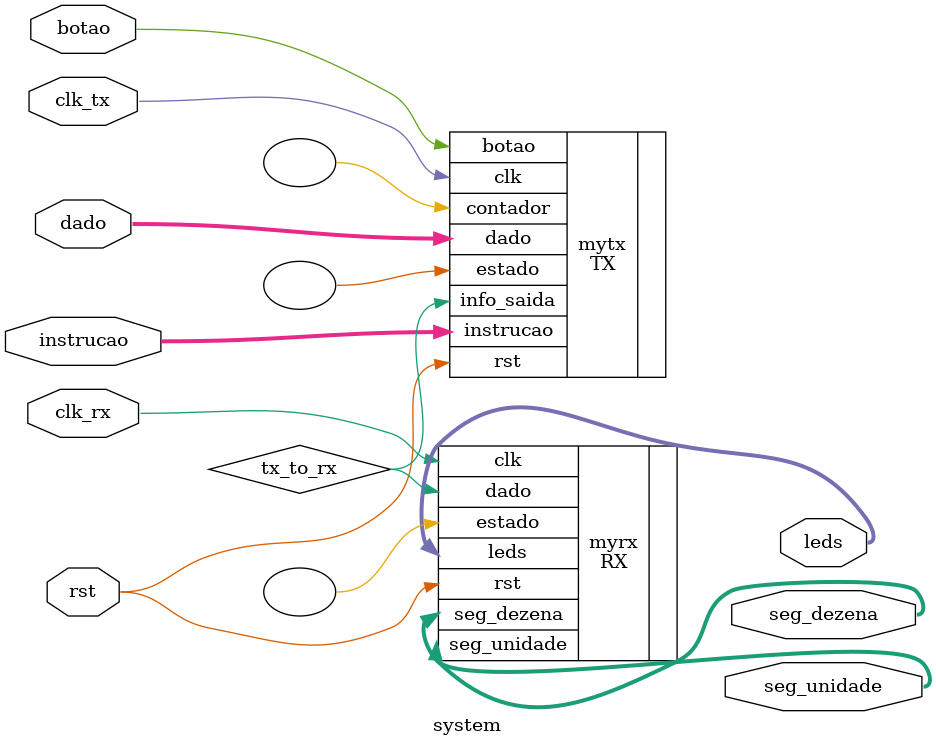
<source format=v>
module system(
    input clk_rx,
    input clk_tx,
    input rst,
    input botao,
    input [3:0] dado,
    input [3:0] instrucao,
    output [7:0] leds,
    output [6:0] seg_unidade,
    output [6:0] seg_dezena,
);
wire tx_to_rx;

    TX mytx(
        .clk (clk_tx),
        .rst (rst),
        .dado (dado),
        .instrucao (instrucao),
        .botao (botao), 
        .info_saida (tx_to_rx),
        .estado (),
        .contador ()
    );


    RX myrx(
        .dado (tx_to_rx), //output do tx
        .clk (clk_rx),
        .rst (rst),
        .seg_unidade (seg_unidade),
        .seg_dezena (seg_dezena), 
        .leds (leds), 
        .estado ()
    );

    
endmodule
</source>
